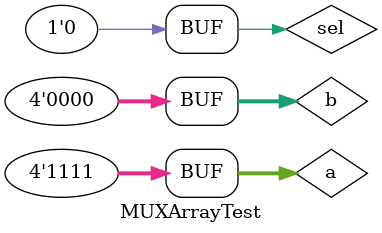
<source format=v>
`timescale 1ns / 1ps


module MUXArrayTest;

	// Inputs
	reg [3:0] a;
	reg [3:0] b;
	reg sel;

	// Outputs
	wire [3:0] o;
	
	reg clk;
	reg [4:0] count;

	// Instantiate the Unit Under Test (UUT)
	mux_array uut (
		.a(a), 
		.b(b), 
		.sel(sel), 
		.o(o)
	);

	initial begin
		// Initialize Inputs
		a = 4'b1111;
		b = 4'b0000;
		sel = 0;

		// Wait 100 ns for global reset to finish
		#100;
        
		// Add stimulus here
//		#10 sel = ~sel;
	end
      
endmodule


</source>
